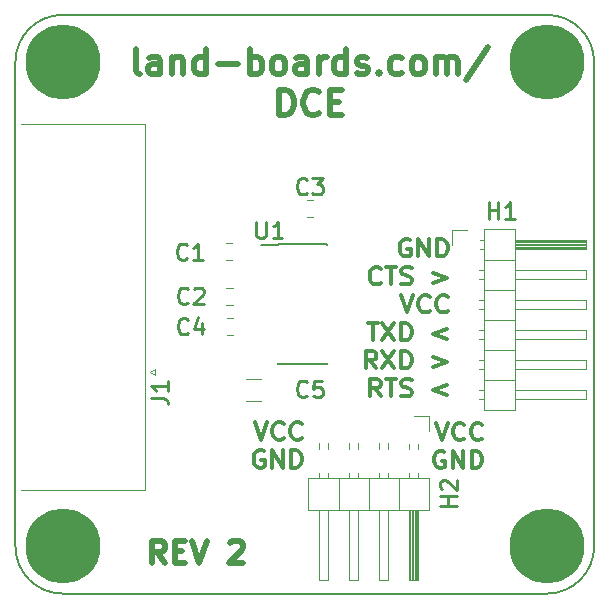
<source format=gto>
G04 #@! TF.GenerationSoftware,KiCad,Pcbnew,(6.0.1)*
G04 #@! TF.CreationDate,2022-08-01T16:57:02-04:00*
G04 #@! TF.ProjectId,RS232_TTL_Female,52533233-325f-4545-944c-5f46656d616c,rev?*
G04 #@! TF.SameCoordinates,Original*
G04 #@! TF.FileFunction,Legend,Top*
G04 #@! TF.FilePolarity,Positive*
%FSLAX46Y46*%
G04 Gerber Fmt 4.6, Leading zero omitted, Abs format (unit mm)*
G04 Created by KiCad (PCBNEW (6.0.1)) date 2022-08-01 16:57:02*
%MOMM*%
%LPD*%
G01*
G04 APERTURE LIST*
%ADD10C,0.368300*%
%ADD11C,0.476250*%
%ADD12C,0.539750*%
%ADD13C,0.254000*%
%ADD14C,0.150000*%
%ADD15C,0.120000*%
%ADD16C,6.350000*%
G04 APERTURE END LIST*
D10*
X91581462Y-63547321D02*
X92089462Y-65020521D01*
X92597462Y-63547321D01*
X93976319Y-64880216D02*
X93903747Y-64950369D01*
X93686033Y-65020521D01*
X93540890Y-65020521D01*
X93323176Y-64950369D01*
X93178033Y-64810064D01*
X93105462Y-64669759D01*
X93032890Y-64389150D01*
X93032890Y-64178693D01*
X93105462Y-63898083D01*
X93178033Y-63757778D01*
X93323176Y-63617474D01*
X93540890Y-63547321D01*
X93686033Y-63547321D01*
X93903747Y-63617474D01*
X93976319Y-63687626D01*
X95500319Y-64880216D02*
X95427747Y-64950369D01*
X95210033Y-65020521D01*
X95064890Y-65020521D01*
X94847176Y-64950369D01*
X94702033Y-64810064D01*
X94629462Y-64669759D01*
X94556890Y-64389150D01*
X94556890Y-64178693D01*
X94629462Y-63898083D01*
X94702033Y-63757778D01*
X94847176Y-63617474D01*
X95064890Y-63547321D01*
X95210033Y-63547321D01*
X95427747Y-63617474D01*
X95500319Y-63687626D01*
X92307176Y-65989326D02*
X92162033Y-65919173D01*
X91944319Y-65919173D01*
X91726605Y-65989326D01*
X91581462Y-66129630D01*
X91508890Y-66269935D01*
X91436319Y-66550545D01*
X91436319Y-66761002D01*
X91508890Y-67041611D01*
X91581462Y-67181916D01*
X91726605Y-67322221D01*
X91944319Y-67392373D01*
X92089462Y-67392373D01*
X92307176Y-67322221D01*
X92379747Y-67252068D01*
X92379747Y-66761002D01*
X92089462Y-66761002D01*
X93032890Y-67392373D02*
X93032890Y-65919173D01*
X93903747Y-67392373D01*
X93903747Y-65919173D01*
X94629462Y-67392373D02*
X94629462Y-65919173D01*
X94992319Y-65919173D01*
X95210033Y-65989326D01*
X95355176Y-66129630D01*
X95427747Y-66269935D01*
X95500319Y-66550545D01*
X95500319Y-66761002D01*
X95427747Y-67041611D01*
X95355176Y-67181916D01*
X95210033Y-67322221D01*
X94992319Y-67392373D01*
X94629462Y-67392373D01*
X76314962Y-63492421D02*
X76822962Y-64965621D01*
X77330962Y-63492421D01*
X78709819Y-64825316D02*
X78637247Y-64895469D01*
X78419533Y-64965621D01*
X78274390Y-64965621D01*
X78056676Y-64895469D01*
X77911533Y-64755164D01*
X77838962Y-64614859D01*
X77766390Y-64334250D01*
X77766390Y-64123793D01*
X77838962Y-63843183D01*
X77911533Y-63702878D01*
X78056676Y-63562574D01*
X78274390Y-63492421D01*
X78419533Y-63492421D01*
X78637247Y-63562574D01*
X78709819Y-63632726D01*
X80233819Y-64825316D02*
X80161247Y-64895469D01*
X79943533Y-64965621D01*
X79798390Y-64965621D01*
X79580676Y-64895469D01*
X79435533Y-64755164D01*
X79362962Y-64614859D01*
X79290390Y-64334250D01*
X79290390Y-64123793D01*
X79362962Y-63843183D01*
X79435533Y-63702878D01*
X79580676Y-63562574D01*
X79798390Y-63492421D01*
X79943533Y-63492421D01*
X80161247Y-63562574D01*
X80233819Y-63632726D01*
X77040676Y-65934426D02*
X76895533Y-65864273D01*
X76677819Y-65864273D01*
X76460105Y-65934426D01*
X76314962Y-66074730D01*
X76242390Y-66215035D01*
X76169819Y-66495645D01*
X76169819Y-66706102D01*
X76242390Y-66986711D01*
X76314962Y-67127016D01*
X76460105Y-67267321D01*
X76677819Y-67337473D01*
X76822962Y-67337473D01*
X77040676Y-67267321D01*
X77113247Y-67197168D01*
X77113247Y-66706102D01*
X76822962Y-66706102D01*
X77766390Y-67337473D02*
X77766390Y-65864273D01*
X78637247Y-67337473D01*
X78637247Y-65864273D01*
X79362962Y-67337473D02*
X79362962Y-65864273D01*
X79725819Y-65864273D01*
X79943533Y-65934426D01*
X80088676Y-66074730D01*
X80161247Y-66215035D01*
X80233819Y-66495645D01*
X80233819Y-66706102D01*
X80161247Y-66986711D01*
X80088676Y-67127016D01*
X79943533Y-67267321D01*
X79725819Y-67337473D01*
X79362962Y-67337473D01*
D11*
X68656771Y-75414685D02*
X68021771Y-74507542D01*
X67568200Y-75414685D02*
X67568200Y-73509685D01*
X68293914Y-73509685D01*
X68475342Y-73600400D01*
X68566057Y-73691114D01*
X68656771Y-73872542D01*
X68656771Y-74144685D01*
X68566057Y-74326114D01*
X68475342Y-74416828D01*
X68293914Y-74507542D01*
X67568200Y-74507542D01*
X69473200Y-74416828D02*
X70108200Y-74416828D01*
X70380342Y-75414685D02*
X69473200Y-75414685D01*
X69473200Y-73509685D01*
X70380342Y-73509685D01*
X70924628Y-73509685D02*
X71559628Y-75414685D01*
X72194628Y-73509685D01*
X74190342Y-73691114D02*
X74281057Y-73600400D01*
X74462485Y-73509685D01*
X74916057Y-73509685D01*
X75097485Y-73600400D01*
X75188200Y-73691114D01*
X75278914Y-73872542D01*
X75278914Y-74053971D01*
X75188200Y-74326114D01*
X74099628Y-75414685D01*
X75278914Y-75414685D01*
D10*
X89397776Y-48049270D02*
X89252633Y-47979117D01*
X89034919Y-47979117D01*
X88817205Y-48049270D01*
X88672062Y-48189574D01*
X88599490Y-48329879D01*
X88526919Y-48610489D01*
X88526919Y-48820946D01*
X88599490Y-49101555D01*
X88672062Y-49241860D01*
X88817205Y-49382165D01*
X89034919Y-49452317D01*
X89180062Y-49452317D01*
X89397776Y-49382165D01*
X89470347Y-49312012D01*
X89470347Y-48820946D01*
X89180062Y-48820946D01*
X90123490Y-49452317D02*
X90123490Y-47979117D01*
X90994347Y-49452317D01*
X90994347Y-47979117D01*
X91720062Y-49452317D02*
X91720062Y-47979117D01*
X92082919Y-47979117D01*
X92300633Y-48049270D01*
X92445776Y-48189574D01*
X92518347Y-48329879D01*
X92590919Y-48610489D01*
X92590919Y-48820946D01*
X92518347Y-49101555D01*
X92445776Y-49241860D01*
X92300633Y-49382165D01*
X92082919Y-49452317D01*
X91720062Y-49452317D01*
X86930347Y-51683864D02*
X86857776Y-51754017D01*
X86640062Y-51824169D01*
X86494919Y-51824169D01*
X86277205Y-51754017D01*
X86132062Y-51613712D01*
X86059490Y-51473407D01*
X85986919Y-51192798D01*
X85986919Y-50982341D01*
X86059490Y-50701731D01*
X86132062Y-50561426D01*
X86277205Y-50421122D01*
X86494919Y-50350969D01*
X86640062Y-50350969D01*
X86857776Y-50421122D01*
X86930347Y-50491274D01*
X87365776Y-50350969D02*
X88236633Y-50350969D01*
X87801205Y-51824169D02*
X87801205Y-50350969D01*
X88672062Y-51754017D02*
X88889776Y-51824169D01*
X89252633Y-51824169D01*
X89397776Y-51754017D01*
X89470347Y-51683864D01*
X89542919Y-51543560D01*
X89542919Y-51403255D01*
X89470347Y-51262950D01*
X89397776Y-51192798D01*
X89252633Y-51122645D01*
X88962347Y-51052493D01*
X88817205Y-50982341D01*
X88744633Y-50912188D01*
X88672062Y-50771883D01*
X88672062Y-50631579D01*
X88744633Y-50491274D01*
X88817205Y-50421122D01*
X88962347Y-50350969D01*
X89325205Y-50350969D01*
X89542919Y-50421122D01*
X91357205Y-50842036D02*
X92518347Y-51262950D01*
X91357205Y-51683864D01*
X88672062Y-52722821D02*
X89180062Y-54196021D01*
X89688062Y-52722821D01*
X91066919Y-54055716D02*
X90994347Y-54125869D01*
X90776633Y-54196021D01*
X90631490Y-54196021D01*
X90413776Y-54125869D01*
X90268633Y-53985564D01*
X90196062Y-53845259D01*
X90123490Y-53564650D01*
X90123490Y-53354193D01*
X90196062Y-53073583D01*
X90268633Y-52933278D01*
X90413776Y-52792974D01*
X90631490Y-52722821D01*
X90776633Y-52722821D01*
X90994347Y-52792974D01*
X91066919Y-52863126D01*
X92590919Y-54055716D02*
X92518347Y-54125869D01*
X92300633Y-54196021D01*
X92155490Y-54196021D01*
X91937776Y-54125869D01*
X91792633Y-53985564D01*
X91720062Y-53845259D01*
X91647490Y-53564650D01*
X91647490Y-53354193D01*
X91720062Y-53073583D01*
X91792633Y-52933278D01*
X91937776Y-52792974D01*
X92155490Y-52722821D01*
X92300633Y-52722821D01*
X92518347Y-52792974D01*
X92590919Y-52863126D01*
X85841776Y-55094673D02*
X86712633Y-55094673D01*
X86277205Y-56567873D02*
X86277205Y-55094673D01*
X87075490Y-55094673D02*
X88091490Y-56567873D01*
X88091490Y-55094673D02*
X87075490Y-56567873D01*
X88672062Y-56567873D02*
X88672062Y-55094673D01*
X89034919Y-55094673D01*
X89252633Y-55164826D01*
X89397776Y-55305130D01*
X89470347Y-55445435D01*
X89542919Y-55726045D01*
X89542919Y-55936502D01*
X89470347Y-56217111D01*
X89397776Y-56357416D01*
X89252633Y-56497721D01*
X89034919Y-56567873D01*
X88672062Y-56567873D01*
X92518347Y-55585740D02*
X91357205Y-56006654D01*
X92518347Y-56427568D01*
X86567490Y-58939725D02*
X86059490Y-58238201D01*
X85696633Y-58939725D02*
X85696633Y-57466525D01*
X86277205Y-57466525D01*
X86422347Y-57536678D01*
X86494919Y-57606830D01*
X86567490Y-57747135D01*
X86567490Y-57957592D01*
X86494919Y-58097897D01*
X86422347Y-58168049D01*
X86277205Y-58238201D01*
X85696633Y-58238201D01*
X87075490Y-57466525D02*
X88091490Y-58939725D01*
X88091490Y-57466525D02*
X87075490Y-58939725D01*
X88672062Y-58939725D02*
X88672062Y-57466525D01*
X89034919Y-57466525D01*
X89252633Y-57536678D01*
X89397776Y-57676982D01*
X89470347Y-57817287D01*
X89542919Y-58097897D01*
X89542919Y-58308354D01*
X89470347Y-58588963D01*
X89397776Y-58729268D01*
X89252633Y-58869573D01*
X89034919Y-58939725D01*
X88672062Y-58939725D01*
X91357205Y-57957592D02*
X92518347Y-58378506D01*
X91357205Y-58799420D01*
X86930347Y-61311577D02*
X86422347Y-60610053D01*
X86059490Y-61311577D02*
X86059490Y-59838377D01*
X86640062Y-59838377D01*
X86785205Y-59908530D01*
X86857776Y-59978682D01*
X86930347Y-60118987D01*
X86930347Y-60329444D01*
X86857776Y-60469749D01*
X86785205Y-60539901D01*
X86640062Y-60610053D01*
X86059490Y-60610053D01*
X87365776Y-59838377D02*
X88236633Y-59838377D01*
X87801205Y-61311577D02*
X87801205Y-59838377D01*
X88672062Y-61241425D02*
X88889776Y-61311577D01*
X89252633Y-61311577D01*
X89397776Y-61241425D01*
X89470347Y-61171272D01*
X89542919Y-61030968D01*
X89542919Y-60890663D01*
X89470347Y-60750358D01*
X89397776Y-60680206D01*
X89252633Y-60610053D01*
X88962347Y-60539901D01*
X88817205Y-60469749D01*
X88744633Y-60399596D01*
X88672062Y-60259291D01*
X88672062Y-60118987D01*
X88744633Y-59978682D01*
X88817205Y-59908530D01*
X88962347Y-59838377D01*
X89325205Y-59838377D01*
X89542919Y-59908530D01*
X92518347Y-60329444D02*
X91357205Y-60750358D01*
X92518347Y-61171272D01*
D12*
X66509261Y-34015195D02*
X66303642Y-33912385D01*
X66200833Y-33706766D01*
X66200833Y-31856195D01*
X68257023Y-34015195D02*
X68257023Y-32884290D01*
X68154214Y-32678671D01*
X67948595Y-32575862D01*
X67537357Y-32575862D01*
X67331738Y-32678671D01*
X68257023Y-33912385D02*
X68051404Y-34015195D01*
X67537357Y-34015195D01*
X67331738Y-33912385D01*
X67228928Y-33706766D01*
X67228928Y-33501147D01*
X67331738Y-33295528D01*
X67537357Y-33192719D01*
X68051404Y-33192719D01*
X68257023Y-33089909D01*
X69285119Y-32575862D02*
X69285119Y-34015195D01*
X69285119Y-32781481D02*
X69387928Y-32678671D01*
X69593547Y-32575862D01*
X69901976Y-32575862D01*
X70107595Y-32678671D01*
X70210404Y-32884290D01*
X70210404Y-34015195D01*
X72163785Y-34015195D02*
X72163785Y-31856195D01*
X72163785Y-33912385D02*
X71958166Y-34015195D01*
X71546928Y-34015195D01*
X71341309Y-33912385D01*
X71238500Y-33809576D01*
X71135690Y-33603957D01*
X71135690Y-32987100D01*
X71238500Y-32781481D01*
X71341309Y-32678671D01*
X71546928Y-32575862D01*
X71958166Y-32575862D01*
X72163785Y-32678671D01*
X73191880Y-33192719D02*
X74836833Y-33192719D01*
X75864928Y-34015195D02*
X75864928Y-31856195D01*
X75864928Y-32678671D02*
X76070547Y-32575862D01*
X76481785Y-32575862D01*
X76687404Y-32678671D01*
X76790214Y-32781481D01*
X76893023Y-32987100D01*
X76893023Y-33603957D01*
X76790214Y-33809576D01*
X76687404Y-33912385D01*
X76481785Y-34015195D01*
X76070547Y-34015195D01*
X75864928Y-33912385D01*
X78126738Y-34015195D02*
X77921119Y-33912385D01*
X77818309Y-33809576D01*
X77715500Y-33603957D01*
X77715500Y-32987100D01*
X77818309Y-32781481D01*
X77921119Y-32678671D01*
X78126738Y-32575862D01*
X78435166Y-32575862D01*
X78640785Y-32678671D01*
X78743595Y-32781481D01*
X78846404Y-32987100D01*
X78846404Y-33603957D01*
X78743595Y-33809576D01*
X78640785Y-33912385D01*
X78435166Y-34015195D01*
X78126738Y-34015195D01*
X80696976Y-34015195D02*
X80696976Y-32884290D01*
X80594166Y-32678671D01*
X80388547Y-32575862D01*
X79977309Y-32575862D01*
X79771690Y-32678671D01*
X80696976Y-33912385D02*
X80491357Y-34015195D01*
X79977309Y-34015195D01*
X79771690Y-33912385D01*
X79668880Y-33706766D01*
X79668880Y-33501147D01*
X79771690Y-33295528D01*
X79977309Y-33192719D01*
X80491357Y-33192719D01*
X80696976Y-33089909D01*
X81725071Y-34015195D02*
X81725071Y-32575862D01*
X81725071Y-32987100D02*
X81827880Y-32781481D01*
X81930690Y-32678671D01*
X82136309Y-32575862D01*
X82341928Y-32575862D01*
X83986880Y-34015195D02*
X83986880Y-31856195D01*
X83986880Y-33912385D02*
X83781261Y-34015195D01*
X83370023Y-34015195D01*
X83164404Y-33912385D01*
X83061595Y-33809576D01*
X82958785Y-33603957D01*
X82958785Y-32987100D01*
X83061595Y-32781481D01*
X83164404Y-32678671D01*
X83370023Y-32575862D01*
X83781261Y-32575862D01*
X83986880Y-32678671D01*
X84912166Y-33912385D02*
X85117785Y-34015195D01*
X85529023Y-34015195D01*
X85734642Y-33912385D01*
X85837452Y-33706766D01*
X85837452Y-33603957D01*
X85734642Y-33398338D01*
X85529023Y-33295528D01*
X85220595Y-33295528D01*
X85014976Y-33192719D01*
X84912166Y-32987100D01*
X84912166Y-32884290D01*
X85014976Y-32678671D01*
X85220595Y-32575862D01*
X85529023Y-32575862D01*
X85734642Y-32678671D01*
X86762738Y-33809576D02*
X86865547Y-33912385D01*
X86762738Y-34015195D01*
X86659928Y-33912385D01*
X86762738Y-33809576D01*
X86762738Y-34015195D01*
X88716119Y-33912385D02*
X88510499Y-34015195D01*
X88099261Y-34015195D01*
X87893642Y-33912385D01*
X87790833Y-33809576D01*
X87688023Y-33603957D01*
X87688023Y-32987100D01*
X87790833Y-32781481D01*
X87893642Y-32678671D01*
X88099261Y-32575862D01*
X88510499Y-32575862D01*
X88716119Y-32678671D01*
X89949833Y-34015195D02*
X89744214Y-33912385D01*
X89641404Y-33809576D01*
X89538595Y-33603957D01*
X89538595Y-32987100D01*
X89641404Y-32781481D01*
X89744214Y-32678671D01*
X89949833Y-32575862D01*
X90258261Y-32575862D01*
X90463880Y-32678671D01*
X90566690Y-32781481D01*
X90669499Y-32987100D01*
X90669499Y-33603957D01*
X90566690Y-33809576D01*
X90463880Y-33912385D01*
X90258261Y-34015195D01*
X89949833Y-34015195D01*
X91594785Y-34015195D02*
X91594785Y-32575862D01*
X91594785Y-32781481D02*
X91697595Y-32678671D01*
X91903214Y-32575862D01*
X92211642Y-32575862D01*
X92417261Y-32678671D01*
X92520071Y-32884290D01*
X92520071Y-34015195D01*
X92520071Y-32884290D02*
X92622880Y-32678671D01*
X92828499Y-32575862D01*
X93136928Y-32575862D01*
X93342547Y-32678671D01*
X93445357Y-32884290D01*
X93445357Y-34015195D01*
X96015595Y-31753385D02*
X94165023Y-34529243D01*
X78332357Y-37491185D02*
X78332357Y-35332185D01*
X78846404Y-35332185D01*
X79154833Y-35434995D01*
X79360452Y-35640614D01*
X79463261Y-35846233D01*
X79566071Y-36257471D01*
X79566071Y-36565899D01*
X79463261Y-36977137D01*
X79360452Y-37182756D01*
X79154833Y-37388375D01*
X78846404Y-37491185D01*
X78332357Y-37491185D01*
X81725071Y-37285566D02*
X81622261Y-37388375D01*
X81313833Y-37491185D01*
X81108214Y-37491185D01*
X80799785Y-37388375D01*
X80594166Y-37182756D01*
X80491357Y-36977137D01*
X80388547Y-36565899D01*
X80388547Y-36257471D01*
X80491357Y-35846233D01*
X80594166Y-35640614D01*
X80799785Y-35434995D01*
X81108214Y-35332185D01*
X81313833Y-35332185D01*
X81622261Y-35434995D01*
X81725071Y-35537804D01*
X82650357Y-36360280D02*
X83370023Y-36360280D01*
X83678452Y-37491185D02*
X82650357Y-37491185D01*
X82650357Y-35332185D01*
X83678452Y-35332185D01*
D13*
X70523066Y-49626428D02*
X70456542Y-49692952D01*
X70256971Y-49759476D01*
X70123923Y-49759476D01*
X69924352Y-49692952D01*
X69791304Y-49559904D01*
X69724780Y-49426857D01*
X69658257Y-49160761D01*
X69658257Y-48961190D01*
X69724780Y-48695095D01*
X69791304Y-48562047D01*
X69924352Y-48429000D01*
X70123923Y-48362476D01*
X70256971Y-48362476D01*
X70456542Y-48429000D01*
X70523066Y-48495523D01*
X71853542Y-49759476D02*
X71055257Y-49759476D01*
X71454400Y-49759476D02*
X71454400Y-48362476D01*
X71321352Y-48562047D01*
X71188304Y-48695095D01*
X71055257Y-48761619D01*
X70611966Y-53360228D02*
X70545442Y-53426752D01*
X70345871Y-53493276D01*
X70212823Y-53493276D01*
X70013252Y-53426752D01*
X69880204Y-53293704D01*
X69813680Y-53160657D01*
X69747157Y-52894561D01*
X69747157Y-52694990D01*
X69813680Y-52428895D01*
X69880204Y-52295847D01*
X70013252Y-52162800D01*
X70212823Y-52096276D01*
X70345871Y-52096276D01*
X70545442Y-52162800D01*
X70611966Y-52229323D01*
X71144157Y-52229323D02*
X71210680Y-52162800D01*
X71343728Y-52096276D01*
X71676347Y-52096276D01*
X71809395Y-52162800D01*
X71875919Y-52229323D01*
X71942442Y-52362371D01*
X71942442Y-52495419D01*
X71875919Y-52694990D01*
X71077633Y-53493276D01*
X71942442Y-53493276D01*
X80683066Y-44076528D02*
X80616542Y-44143052D01*
X80416971Y-44209576D01*
X80283923Y-44209576D01*
X80084352Y-44143052D01*
X79951304Y-44010004D01*
X79884780Y-43876957D01*
X79818257Y-43610861D01*
X79818257Y-43411290D01*
X79884780Y-43145195D01*
X79951304Y-43012147D01*
X80084352Y-42879100D01*
X80283923Y-42812576D01*
X80416971Y-42812576D01*
X80616542Y-42879100D01*
X80683066Y-42945623D01*
X81148733Y-42812576D02*
X82013542Y-42812576D01*
X81547876Y-43344766D01*
X81747447Y-43344766D01*
X81880495Y-43411290D01*
X81947019Y-43477814D01*
X82013542Y-43610861D01*
X82013542Y-43943480D01*
X81947019Y-44076528D01*
X81880495Y-44143052D01*
X81747447Y-44209576D01*
X81348304Y-44209576D01*
X81215257Y-44143052D01*
X81148733Y-44076528D01*
X70611966Y-55925628D02*
X70545442Y-55992152D01*
X70345871Y-56058676D01*
X70212823Y-56058676D01*
X70013252Y-55992152D01*
X69880204Y-55859104D01*
X69813680Y-55726057D01*
X69747157Y-55459961D01*
X69747157Y-55260390D01*
X69813680Y-54994295D01*
X69880204Y-54861247D01*
X70013252Y-54728200D01*
X70212823Y-54661676D01*
X70345871Y-54661676D01*
X70545442Y-54728200D01*
X70611966Y-54794723D01*
X71809395Y-55127342D02*
X71809395Y-56058676D01*
X71476776Y-54595152D02*
X71144157Y-55593009D01*
X72008966Y-55593009D01*
X67501676Y-61429566D02*
X68499533Y-61429566D01*
X68699104Y-61496090D01*
X68832152Y-61629138D01*
X68898676Y-61828709D01*
X68898676Y-61961757D01*
X68898676Y-60032566D02*
X68898676Y-60830852D01*
X68898676Y-60431709D02*
X67501676Y-60431709D01*
X67701247Y-60564757D01*
X67834295Y-60697804D01*
X67900819Y-60830852D01*
X76409819Y-46508276D02*
X76409819Y-47639180D01*
X76476342Y-47772228D01*
X76542866Y-47838752D01*
X76675914Y-47905276D01*
X76942009Y-47905276D01*
X77075057Y-47838752D01*
X77141580Y-47772228D01*
X77208104Y-47639180D01*
X77208104Y-46508276D01*
X78605104Y-47905276D02*
X77806819Y-47905276D01*
X78205961Y-47905276D02*
X78205961Y-46508276D01*
X78072914Y-46707847D01*
X77939866Y-46840895D01*
X77806819Y-46907419D01*
X96069419Y-46254276D02*
X96069419Y-44857276D01*
X96069419Y-45522514D02*
X96867704Y-45522514D01*
X96867704Y-46254276D02*
X96867704Y-44857276D01*
X98264704Y-46254276D02*
X97466419Y-46254276D01*
X97865561Y-46254276D02*
X97865561Y-44857276D01*
X97732514Y-45056847D01*
X97599466Y-45189895D01*
X97466419Y-45256419D01*
X80697166Y-61238928D02*
X80630642Y-61305452D01*
X80431071Y-61371976D01*
X80298023Y-61371976D01*
X80098452Y-61305452D01*
X79965404Y-61172404D01*
X79898880Y-61039357D01*
X79832357Y-60773261D01*
X79832357Y-60573690D01*
X79898880Y-60307595D01*
X79965404Y-60174547D01*
X80098452Y-60041500D01*
X80298023Y-59974976D01*
X80431071Y-59974976D01*
X80630642Y-60041500D01*
X80697166Y-60108023D01*
X81961119Y-59974976D02*
X81295880Y-59974976D01*
X81229357Y-60640214D01*
X81295880Y-60573690D01*
X81428928Y-60507166D01*
X81761547Y-60507166D01*
X81894595Y-60573690D01*
X81961119Y-60640214D01*
X82027642Y-60773261D01*
X82027642Y-61105880D01*
X81961119Y-61238928D01*
X81894595Y-61305452D01*
X81761547Y-61371976D01*
X81428928Y-61371976D01*
X81295880Y-61305452D01*
X81229357Y-61238928D01*
X93346176Y-70562680D02*
X91949176Y-70562680D01*
X92614414Y-70562680D02*
X92614414Y-69764395D01*
X93346176Y-69764395D02*
X91949176Y-69764395D01*
X92082223Y-69165680D02*
X92015700Y-69099157D01*
X91949176Y-68966109D01*
X91949176Y-68633490D01*
X92015700Y-68500442D01*
X92082223Y-68433919D01*
X92215271Y-68367395D01*
X92348319Y-68367395D01*
X92547890Y-68433919D01*
X93346176Y-69232204D01*
X93346176Y-68367395D01*
D14*
X60000000Y-29000000D02*
G75*
G03*
X56000000Y-33000000I0J-4000000D01*
G01*
X105000000Y-33000000D02*
G75*
G03*
X101000000Y-29000000I-4000000J0D01*
G01*
X101000000Y-78000000D02*
G75*
G03*
X105000000Y-74000000I0J4000000D01*
G01*
X56000000Y-74000000D02*
G75*
G03*
X60000000Y-78000000I4000000J0D01*
G01*
X105000000Y-74000000D02*
X105000000Y-33000000D01*
X101000000Y-29000000D02*
X60000000Y-29000000D01*
X56000000Y-33000000D02*
X56000000Y-74000000D01*
X60000000Y-78000000D02*
X101000000Y-78000000D01*
D15*
X74319152Y-49761300D02*
X73796648Y-49761300D01*
X74319152Y-48341300D02*
X73796648Y-48341300D01*
X74382652Y-52125900D02*
X73860148Y-52125900D01*
X74382652Y-53545900D02*
X73860148Y-53545900D01*
X81177152Y-46129100D02*
X80654648Y-46129100D01*
X81177152Y-44709100D02*
X80654648Y-44709100D01*
X73910948Y-56111300D02*
X74433452Y-56111300D01*
X73910948Y-54691300D02*
X74433452Y-54691300D01*
X56482700Y-38224400D02*
X66962700Y-38224400D01*
X66962700Y-38224400D02*
X66962700Y-69194400D01*
X66962700Y-69194400D02*
X56482700Y-69194400D01*
X67857038Y-58999400D02*
X67857038Y-59499400D01*
X67857038Y-59499400D02*
X67424025Y-59249400D01*
X67424025Y-59249400D02*
X67857038Y-58999400D01*
D14*
X78205900Y-48421300D02*
X78205900Y-48446300D01*
X82355900Y-48421300D02*
X82355900Y-48526300D01*
X82355900Y-58571300D02*
X82355900Y-58466300D01*
X78205900Y-58571300D02*
X78205900Y-58466300D01*
X78205900Y-48421300D02*
X82355900Y-48421300D01*
X78205900Y-58571300D02*
X82355900Y-58571300D01*
X78205900Y-48446300D02*
X76830900Y-48446300D01*
D15*
X95640100Y-47137100D02*
X95640100Y-62497100D01*
X95640100Y-62497100D02*
X98300100Y-62497100D01*
X98300100Y-62497100D02*
X98300100Y-47137100D01*
X98300100Y-47137100D02*
X95640100Y-47137100D01*
X98300100Y-48087100D02*
X104300100Y-48087100D01*
X104300100Y-48087100D02*
X104300100Y-48847100D01*
X104300100Y-48847100D02*
X98300100Y-48847100D01*
X98300100Y-48147100D02*
X104300100Y-48147100D01*
X98300100Y-48267100D02*
X104300100Y-48267100D01*
X98300100Y-48387100D02*
X104300100Y-48387100D01*
X98300100Y-48507100D02*
X104300100Y-48507100D01*
X98300100Y-48627100D02*
X104300100Y-48627100D01*
X98300100Y-48747100D02*
X104300100Y-48747100D01*
X95310100Y-48087100D02*
X95640100Y-48087100D01*
X95310100Y-48847100D02*
X95640100Y-48847100D01*
X95640100Y-49737100D02*
X98300100Y-49737100D01*
X98300100Y-50627100D02*
X104300100Y-50627100D01*
X104300100Y-50627100D02*
X104300100Y-51387100D01*
X104300100Y-51387100D02*
X98300100Y-51387100D01*
X95243029Y-50627100D02*
X95640100Y-50627100D01*
X95243029Y-51387100D02*
X95640100Y-51387100D01*
X95640100Y-52277100D02*
X98300100Y-52277100D01*
X98300100Y-53167100D02*
X104300100Y-53167100D01*
X104300100Y-53167100D02*
X104300100Y-53927100D01*
X104300100Y-53927100D02*
X98300100Y-53927100D01*
X95243029Y-53167100D02*
X95640100Y-53167100D01*
X95243029Y-53927100D02*
X95640100Y-53927100D01*
X95640100Y-54817100D02*
X98300100Y-54817100D01*
X98300100Y-55707100D02*
X104300100Y-55707100D01*
X104300100Y-55707100D02*
X104300100Y-56467100D01*
X104300100Y-56467100D02*
X98300100Y-56467100D01*
X95243029Y-55707100D02*
X95640100Y-55707100D01*
X95243029Y-56467100D02*
X95640100Y-56467100D01*
X95640100Y-57357100D02*
X98300100Y-57357100D01*
X98300100Y-58247100D02*
X104300100Y-58247100D01*
X104300100Y-58247100D02*
X104300100Y-59007100D01*
X104300100Y-59007100D02*
X98300100Y-59007100D01*
X95243029Y-58247100D02*
X95640100Y-58247100D01*
X95243029Y-59007100D02*
X95640100Y-59007100D01*
X95640100Y-59897100D02*
X98300100Y-59897100D01*
X98300100Y-60787100D02*
X104300100Y-60787100D01*
X104300100Y-60787100D02*
X104300100Y-61547100D01*
X104300100Y-61547100D02*
X98300100Y-61547100D01*
X95243029Y-60787100D02*
X95640100Y-60787100D01*
X95243029Y-61547100D02*
X95640100Y-61547100D01*
X92930100Y-48467100D02*
X92930100Y-47197100D01*
X92930100Y-47197100D02*
X94200100Y-47197100D01*
X75562736Y-59872800D02*
X76766864Y-59872800D01*
X75562736Y-61692800D02*
X76766864Y-61692800D01*
X91047000Y-68220500D02*
X80767000Y-68220500D01*
X80767000Y-68220500D02*
X80767000Y-70880500D01*
X80767000Y-70880500D02*
X91047000Y-70880500D01*
X91047000Y-70880500D02*
X91047000Y-68220500D01*
X90097000Y-70880500D02*
X90097000Y-76880500D01*
X90097000Y-76880500D02*
X89337000Y-76880500D01*
X89337000Y-76880500D02*
X89337000Y-70880500D01*
X90037000Y-70880500D02*
X90037000Y-76880500D01*
X89917000Y-70880500D02*
X89917000Y-76880500D01*
X89797000Y-70880500D02*
X89797000Y-76880500D01*
X89677000Y-70880500D02*
X89677000Y-76880500D01*
X89557000Y-70880500D02*
X89557000Y-76880500D01*
X89437000Y-70880500D02*
X89437000Y-76880500D01*
X90097000Y-67823429D02*
X90097000Y-68220500D01*
X89337000Y-67823429D02*
X89337000Y-68220500D01*
X90097000Y-65350500D02*
X90097000Y-65737571D01*
X89337000Y-65350500D02*
X89337000Y-65737571D01*
X88447000Y-68220500D02*
X88447000Y-70880500D01*
X87557000Y-70880500D02*
X87557000Y-76880500D01*
X87557000Y-76880500D02*
X86797000Y-76880500D01*
X86797000Y-76880500D02*
X86797000Y-70880500D01*
X87557000Y-67823429D02*
X87557000Y-68220500D01*
X86797000Y-67823429D02*
X86797000Y-68220500D01*
X87557000Y-65283429D02*
X87557000Y-65737571D01*
X86797000Y-65283429D02*
X86797000Y-65737571D01*
X85907000Y-68220500D02*
X85907000Y-70880500D01*
X85017000Y-70880500D02*
X85017000Y-76880500D01*
X85017000Y-76880500D02*
X84257000Y-76880500D01*
X84257000Y-76880500D02*
X84257000Y-70880500D01*
X85017000Y-67823429D02*
X85017000Y-68220500D01*
X84257000Y-67823429D02*
X84257000Y-68220500D01*
X85017000Y-65283429D02*
X85017000Y-65737571D01*
X84257000Y-65283429D02*
X84257000Y-65737571D01*
X83367000Y-68220500D02*
X83367000Y-70880500D01*
X82477000Y-70880500D02*
X82477000Y-76880500D01*
X82477000Y-76880500D02*
X81717000Y-76880500D01*
X81717000Y-76880500D02*
X81717000Y-70880500D01*
X82477000Y-67823429D02*
X82477000Y-68220500D01*
X81717000Y-67823429D02*
X81717000Y-68220500D01*
X82477000Y-65283429D02*
X82477000Y-65737571D01*
X81717000Y-65283429D02*
X81717000Y-65737571D01*
X89717000Y-62970500D02*
X90987000Y-62970500D01*
X90987000Y-62970500D02*
X90987000Y-64240500D01*
D16*
X101000000Y-74000000D03*
X60000000Y-74000000D03*
X101000000Y-33000000D03*
X60000000Y-33000000D03*
M02*

</source>
